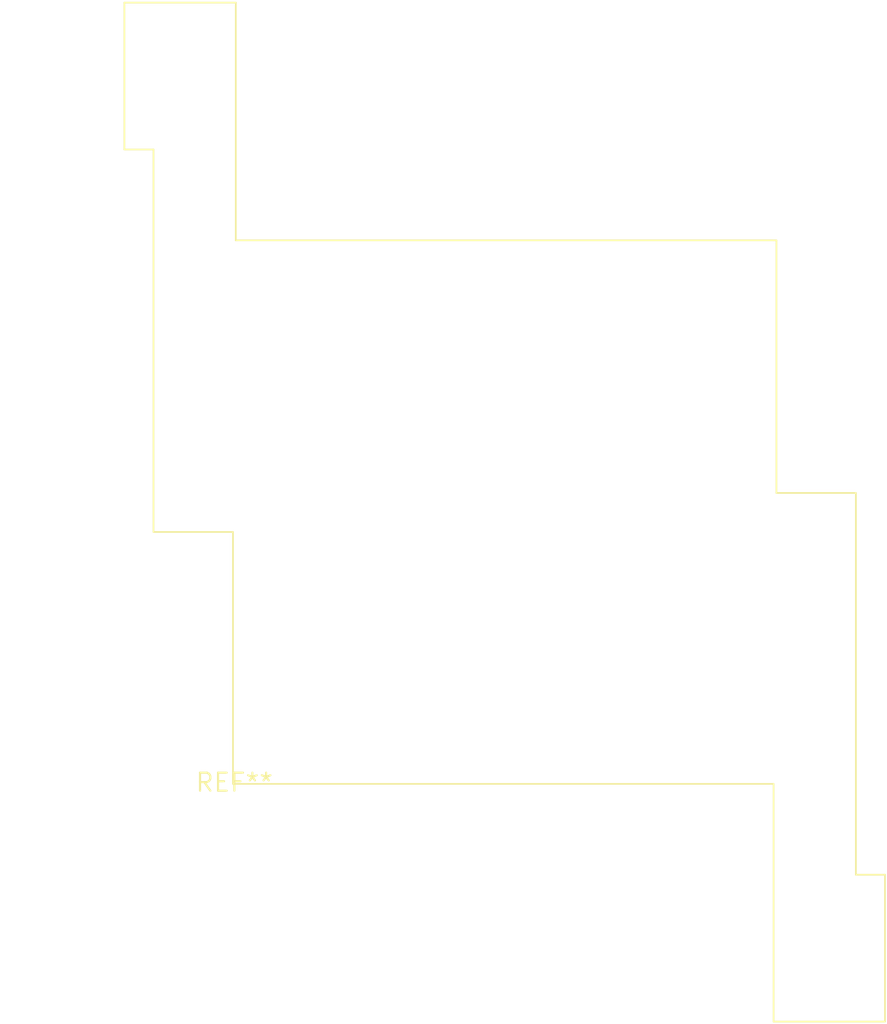
<source format=kicad_pcb>
(kicad_pcb (version 20240108) (generator pcbnew)
  (layers (0 "F.Cu" signal) (31 "B.Cu" signal) (34 "B.Paste" user) (35 "F.Paste" user) (36 "B.SilkS" user "B.Silkscreen") (37 "F.SilkS" user "F.Silkscreen") (38 "B.Mask" user) (39 "F.Mask" user) (44 "Edge.Cuts" user))
  (net 0 "")
  (footprint "Heatsink_38x38mm_SpringFixation" (layer "F.Cu") (at 0 0)
    (property "Reference" "REF**")
    (property "Value" "Heatsink_38x38mm_SpringFixation")
    (fp_line (start -7.75 -54.95) (end -7.75 -44.6) (layer "F.SilkS") (stroke (width 0.12)))
    (fp_line (start -7.75 -44.6) (end -5.7 -44.6) (layer "F.SilkS") (stroke (width 0.12)))
    (fp_line (start -5.7 -44.6) (end -5.7 -17.65) (layer "F.SilkS") (stroke (width 0.12)))
    (fp_line (start -5.7 -17.65) (end -0.1 -17.65) (layer "F.SilkS") (stroke (width 0.12)))
    (fp_line (start -0.1 -17.65) (end -0.1 0.1) (layer "F.SilkS") (stroke (width 0.12)))
    (fp_line (start -0.1 0.1) (end 38 0.1) (layer "F.SilkS") (stroke (width 0.12)))
    (fp_line (start 0.1 -54.95) (end -7.75 -54.95) (layer "F.SilkS") (stroke (width 0.12)))
    (fp_line (start 0.1 -38.2) (end 0.1 -54.95) (layer "F.SilkS") (stroke (width 0.12)))
    (fp_line (start 38 0.1) (end 38 16.85) (layer "F.SilkS") (stroke (width 0.12)))
    (fp_line (start 38 16.85) (end 45.85 16.85) (layer "F.SilkS") (stroke (width 0.12)))
    (fp_line (start 38.2 -38.2) (end 0.1 -38.2) (layer "F.SilkS") (stroke (width 0.12)))
    (fp_line (start 38.2 -20.4) (end 38.2 -38.2) (layer "F.SilkS") (stroke (width 0.12)))
    (fp_line (start 43.8 -20.4) (end 38.2 -20.4) (layer "F.SilkS") (stroke (width 0.12)))
    (fp_line (start 43.8 6.5) (end 43.8 -20.4) (layer "F.SilkS") (stroke (width 0.12)))
    (fp_line (start 45.85 6.5) (end 43.8 6.5) (layer "F.SilkS") (stroke (width 0.12)))
    (fp_line (start 45.85 16.85) (end 45.85 6.5) (layer "F.SilkS") (stroke (width 0.12)))
    (pad "1" thru_hole circle (at -5.588 -52.832) (size 2.99974 2.99974) (drill 1.09982) (layers *.Cu *.Mask) (remove_unused_layers))
    (pad "1" thru_hole circle (at -5.588 -47.244) (size 2.99974 2.99974) (drill 1.09982) (layers *.Cu *.Mask) (remove_unused_layers))
    (pad "1" thru_hole circle (at 43.688 9.144) (size 2.99974 2.99974) (drill 1.09982) (layers *.Cu *.Mask) (remove_unused_layers))
    (pad "1" thru_hole circle (at 43.688 14.732) (size 2.99974 2.99974) (drill 1.09982) (layers *.Cu *.Mask) (remove_unused_layers))
  )
)
</source>
